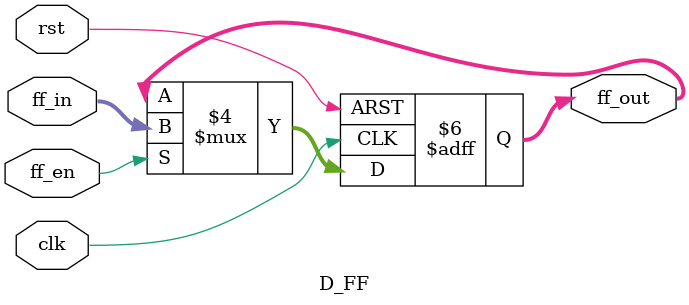
<source format=v>
module D_FF
  #(parameter ff_width = 32 )
  (
  input wire                     clk , rst,
  input wire                     ff_en,
  input wire  [ff_width - 1 : 0] ff_in,
  output reg  [ff_width - 1 : 0] ff_out
  );

always @(posedge clk, negedge rst)
  begin
    if(!rst)
      ff_out = 'b0;
    else if(ff_en)
      ff_out = ff_in;
  end
    
endmodule




</source>
